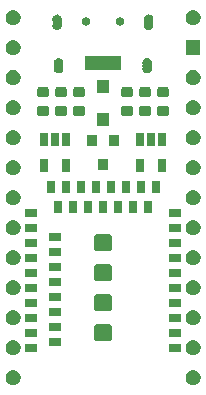
<source format=gts>
G04 #@! TF.GenerationSoftware,KiCad,Pcbnew,5.1.4+dfsg1-1*
G04 #@! TF.CreationDate,2020-04-01T11:30:31+02:00*
G04 #@! TF.ProjectId,nrfmicro,6e72666d-6963-4726-9f2e-6b696361645f,rev?*
G04 #@! TF.SameCoordinates,Original*
G04 #@! TF.FileFunction,Soldermask,Top*
G04 #@! TF.FilePolarity,Negative*
%FSLAX46Y46*%
G04 Gerber Fmt 4.6, Leading zero omitted, Abs format (unit mm)*
G04 Created by KiCad (PCBNEW 5.1.4+dfsg1-1) date 2020-04-01 11:30:31*
%MOMM*%
%LPD*%
G04 APERTURE LIST*
%ADD10C,0.100000*%
G04 APERTURE END LIST*
D10*
G36*
X96367223Y-139682403D02*
G01*
X96425004Y-139706337D01*
X96482786Y-139730271D01*
X96586786Y-139799761D01*
X96675239Y-139888214D01*
X96744729Y-139992214D01*
X96792597Y-140107778D01*
X96817000Y-140230459D01*
X96817000Y-140355541D01*
X96792597Y-140478222D01*
X96744729Y-140593786D01*
X96675239Y-140697786D01*
X96586786Y-140786239D01*
X96482786Y-140855729D01*
X96425004Y-140879663D01*
X96367223Y-140903597D01*
X96244542Y-140928000D01*
X96119458Y-140928000D01*
X95996777Y-140903597D01*
X95938996Y-140879663D01*
X95881214Y-140855729D01*
X95777214Y-140786239D01*
X95688761Y-140697786D01*
X95619271Y-140593786D01*
X95571403Y-140478222D01*
X95547000Y-140355541D01*
X95547000Y-140230459D01*
X95571403Y-140107778D01*
X95619271Y-139992214D01*
X95688761Y-139888214D01*
X95777214Y-139799761D01*
X95881214Y-139730271D01*
X95938996Y-139706337D01*
X95996777Y-139682403D01*
X96119458Y-139658000D01*
X96244542Y-139658000D01*
X96367223Y-139682403D01*
X96367223Y-139682403D01*
G37*
G36*
X111607223Y-139682403D02*
G01*
X111665004Y-139706337D01*
X111722786Y-139730271D01*
X111826786Y-139799761D01*
X111915239Y-139888214D01*
X111984729Y-139992214D01*
X112032597Y-140107778D01*
X112057000Y-140230459D01*
X112057000Y-140355541D01*
X112032597Y-140478222D01*
X111984729Y-140593786D01*
X111915239Y-140697786D01*
X111826786Y-140786239D01*
X111722786Y-140855729D01*
X111665004Y-140879663D01*
X111607223Y-140903597D01*
X111484542Y-140928000D01*
X111359458Y-140928000D01*
X111236777Y-140903597D01*
X111178996Y-140879663D01*
X111121214Y-140855729D01*
X111017214Y-140786239D01*
X110928761Y-140697786D01*
X110859271Y-140593786D01*
X110811403Y-140478222D01*
X110787000Y-140355541D01*
X110787000Y-140230459D01*
X110811403Y-140107778D01*
X110859271Y-139992214D01*
X110928761Y-139888214D01*
X111017214Y-139799761D01*
X111121214Y-139730271D01*
X111178996Y-139706337D01*
X111236777Y-139682403D01*
X111359458Y-139658000D01*
X111484542Y-139658000D01*
X111607223Y-139682403D01*
X111607223Y-139682403D01*
G37*
G36*
X96367223Y-137142403D02*
G01*
X96425004Y-137166337D01*
X96482786Y-137190271D01*
X96586786Y-137259761D01*
X96675239Y-137348214D01*
X96744729Y-137452214D01*
X96792597Y-137567778D01*
X96817000Y-137690459D01*
X96817000Y-137815541D01*
X96792597Y-137938222D01*
X96744729Y-138053786D01*
X96675239Y-138157786D01*
X96586786Y-138246239D01*
X96482786Y-138315729D01*
X96425004Y-138339663D01*
X96367223Y-138363597D01*
X96244542Y-138388000D01*
X96119458Y-138388000D01*
X95996777Y-138363597D01*
X95938996Y-138339663D01*
X95881214Y-138315729D01*
X95777214Y-138246239D01*
X95688761Y-138157786D01*
X95619271Y-138053786D01*
X95571403Y-137938222D01*
X95547000Y-137815541D01*
X95547000Y-137690459D01*
X95571403Y-137567778D01*
X95619271Y-137452214D01*
X95688761Y-137348214D01*
X95777214Y-137259761D01*
X95881214Y-137190271D01*
X95938996Y-137166337D01*
X95996777Y-137142403D01*
X96119458Y-137118000D01*
X96244542Y-137118000D01*
X96367223Y-137142403D01*
X96367223Y-137142403D01*
G37*
G36*
X111607223Y-137142403D02*
G01*
X111665004Y-137166337D01*
X111722786Y-137190271D01*
X111826786Y-137259761D01*
X111915239Y-137348214D01*
X111984729Y-137452214D01*
X112032597Y-137567778D01*
X112057000Y-137690459D01*
X112057000Y-137815541D01*
X112032597Y-137938222D01*
X111984729Y-138053786D01*
X111915239Y-138157786D01*
X111826786Y-138246239D01*
X111722786Y-138315729D01*
X111665004Y-138339663D01*
X111607223Y-138363597D01*
X111484542Y-138388000D01*
X111359458Y-138388000D01*
X111236777Y-138363597D01*
X111178996Y-138339663D01*
X111121214Y-138315729D01*
X111017214Y-138246239D01*
X110928761Y-138157786D01*
X110859271Y-138053786D01*
X110811403Y-137938222D01*
X110787000Y-137815541D01*
X110787000Y-137690459D01*
X110811403Y-137567778D01*
X110859271Y-137452214D01*
X110928761Y-137348214D01*
X111017214Y-137259761D01*
X111121214Y-137190271D01*
X111178996Y-137166337D01*
X111236777Y-137142403D01*
X111359458Y-137118000D01*
X111484542Y-137118000D01*
X111607223Y-137142403D01*
X111607223Y-137142403D01*
G37*
G36*
X98183000Y-138138000D02*
G01*
X97183000Y-138138000D01*
X97183000Y-137488000D01*
X98183000Y-137488000D01*
X98183000Y-138138000D01*
X98183000Y-138138000D01*
G37*
G36*
X110421000Y-138138000D02*
G01*
X109421000Y-138138000D01*
X109421000Y-137488000D01*
X110421000Y-137488000D01*
X110421000Y-138138000D01*
X110421000Y-138138000D01*
G37*
G36*
X100261000Y-137630000D02*
G01*
X99261000Y-137630000D01*
X99261000Y-136980000D01*
X100261000Y-136980000D01*
X100261000Y-137630000D01*
X100261000Y-137630000D01*
G37*
G36*
X104299882Y-135739372D02*
G01*
X104358390Y-135757121D01*
X104412311Y-135785943D01*
X104459576Y-135824732D01*
X104498365Y-135871997D01*
X104527187Y-135925918D01*
X104544936Y-135984426D01*
X104551533Y-136051413D01*
X104551533Y-136914137D01*
X104544936Y-136981124D01*
X104527187Y-137039632D01*
X104498365Y-137093553D01*
X104459576Y-137140818D01*
X104412311Y-137179607D01*
X104358390Y-137208429D01*
X104299882Y-137226178D01*
X104232895Y-137232775D01*
X103370171Y-137232775D01*
X103303184Y-137226178D01*
X103244676Y-137208429D01*
X103190755Y-137179607D01*
X103143490Y-137140818D01*
X103104701Y-137093553D01*
X103075879Y-137039632D01*
X103058130Y-136981124D01*
X103051533Y-136914137D01*
X103051533Y-136051413D01*
X103058130Y-135984426D01*
X103075879Y-135925918D01*
X103104701Y-135871997D01*
X103143490Y-135824732D01*
X103190755Y-135785943D01*
X103244676Y-135757121D01*
X103303184Y-135739372D01*
X103370171Y-135732775D01*
X104232895Y-135732775D01*
X104299882Y-135739372D01*
X104299882Y-135739372D01*
G37*
G36*
X110421000Y-136868000D02*
G01*
X109421000Y-136868000D01*
X109421000Y-136218000D01*
X110421000Y-136218000D01*
X110421000Y-136868000D01*
X110421000Y-136868000D01*
G37*
G36*
X98183000Y-136868000D02*
G01*
X97183000Y-136868000D01*
X97183000Y-136218000D01*
X98183000Y-136218000D01*
X98183000Y-136868000D01*
X98183000Y-136868000D01*
G37*
G36*
X100261000Y-136360000D02*
G01*
X99261000Y-136360000D01*
X99261000Y-135710000D01*
X100261000Y-135710000D01*
X100261000Y-136360000D01*
X100261000Y-136360000D01*
G37*
G36*
X111607223Y-134602403D02*
G01*
X111665004Y-134626337D01*
X111722786Y-134650271D01*
X111826786Y-134719761D01*
X111915239Y-134808214D01*
X111984729Y-134912214D01*
X112032597Y-135027778D01*
X112057000Y-135150459D01*
X112057000Y-135275541D01*
X112032597Y-135398222D01*
X111984729Y-135513786D01*
X111915239Y-135617786D01*
X111826786Y-135706239D01*
X111722786Y-135775729D01*
X111698127Y-135785943D01*
X111607223Y-135823597D01*
X111484542Y-135848000D01*
X111359458Y-135848000D01*
X111236777Y-135823597D01*
X111145873Y-135785943D01*
X111121214Y-135775729D01*
X111017214Y-135706239D01*
X110928761Y-135617786D01*
X110859271Y-135513786D01*
X110811403Y-135398222D01*
X110787000Y-135275541D01*
X110787000Y-135150459D01*
X110811403Y-135027778D01*
X110859271Y-134912214D01*
X110928761Y-134808214D01*
X111017214Y-134719761D01*
X111121214Y-134650271D01*
X111178996Y-134626337D01*
X111236777Y-134602403D01*
X111359458Y-134578000D01*
X111484542Y-134578000D01*
X111607223Y-134602403D01*
X111607223Y-134602403D01*
G37*
G36*
X96367223Y-134602403D02*
G01*
X96425004Y-134626337D01*
X96482786Y-134650271D01*
X96586786Y-134719761D01*
X96675239Y-134808214D01*
X96744729Y-134912214D01*
X96792597Y-135027778D01*
X96817000Y-135150459D01*
X96817000Y-135275541D01*
X96792597Y-135398222D01*
X96744729Y-135513786D01*
X96675239Y-135617786D01*
X96586786Y-135706239D01*
X96482786Y-135775729D01*
X96458127Y-135785943D01*
X96367223Y-135823597D01*
X96244542Y-135848000D01*
X96119458Y-135848000D01*
X95996777Y-135823597D01*
X95905873Y-135785943D01*
X95881214Y-135775729D01*
X95777214Y-135706239D01*
X95688761Y-135617786D01*
X95619271Y-135513786D01*
X95571403Y-135398222D01*
X95547000Y-135275541D01*
X95547000Y-135150459D01*
X95571403Y-135027778D01*
X95619271Y-134912214D01*
X95688761Y-134808214D01*
X95777214Y-134719761D01*
X95881214Y-134650271D01*
X95938996Y-134626337D01*
X95996777Y-134602403D01*
X96119458Y-134578000D01*
X96244542Y-134578000D01*
X96367223Y-134602403D01*
X96367223Y-134602403D01*
G37*
G36*
X110421000Y-135598000D02*
G01*
X109421000Y-135598000D01*
X109421000Y-134948000D01*
X110421000Y-134948000D01*
X110421000Y-135598000D01*
X110421000Y-135598000D01*
G37*
G36*
X98183000Y-135598000D02*
G01*
X97183000Y-135598000D01*
X97183000Y-134948000D01*
X98183000Y-134948000D01*
X98183000Y-135598000D01*
X98183000Y-135598000D01*
G37*
G36*
X100261000Y-135090000D02*
G01*
X99261000Y-135090000D01*
X99261000Y-134440000D01*
X100261000Y-134440000D01*
X100261000Y-135090000D01*
X100261000Y-135090000D01*
G37*
G36*
X104299882Y-133199372D02*
G01*
X104358390Y-133217121D01*
X104412311Y-133245943D01*
X104459576Y-133284732D01*
X104498365Y-133331997D01*
X104527187Y-133385918D01*
X104544936Y-133444426D01*
X104551533Y-133511413D01*
X104551533Y-134374137D01*
X104544936Y-134441124D01*
X104527187Y-134499632D01*
X104498365Y-134553553D01*
X104459576Y-134600818D01*
X104412311Y-134639607D01*
X104358390Y-134668429D01*
X104299882Y-134686178D01*
X104232895Y-134692775D01*
X103370171Y-134692775D01*
X103303184Y-134686178D01*
X103244676Y-134668429D01*
X103190755Y-134639607D01*
X103143490Y-134600818D01*
X103104701Y-134553553D01*
X103075879Y-134499632D01*
X103058130Y-134441124D01*
X103051533Y-134374137D01*
X103051533Y-133511413D01*
X103058130Y-133444426D01*
X103075879Y-133385918D01*
X103104701Y-133331997D01*
X103143490Y-133284732D01*
X103190755Y-133245943D01*
X103244676Y-133217121D01*
X103303184Y-133199372D01*
X103370171Y-133192775D01*
X104232895Y-133192775D01*
X104299882Y-133199372D01*
X104299882Y-133199372D01*
G37*
G36*
X110421000Y-134328000D02*
G01*
X109421000Y-134328000D01*
X109421000Y-133678000D01*
X110421000Y-133678000D01*
X110421000Y-134328000D01*
X110421000Y-134328000D01*
G37*
G36*
X98183000Y-134328000D02*
G01*
X97183000Y-134328000D01*
X97183000Y-133678000D01*
X98183000Y-133678000D01*
X98183000Y-134328000D01*
X98183000Y-134328000D01*
G37*
G36*
X100261000Y-133820000D02*
G01*
X99261000Y-133820000D01*
X99261000Y-133170000D01*
X100261000Y-133170000D01*
X100261000Y-133820000D01*
X100261000Y-133820000D01*
G37*
G36*
X111607223Y-132062403D02*
G01*
X111665004Y-132086337D01*
X111722786Y-132110271D01*
X111826786Y-132179761D01*
X111915239Y-132268214D01*
X111984729Y-132372214D01*
X112032597Y-132487778D01*
X112057000Y-132610459D01*
X112057000Y-132735541D01*
X112032597Y-132858222D01*
X111984729Y-132973786D01*
X111915239Y-133077786D01*
X111826786Y-133166239D01*
X111722786Y-133235729D01*
X111698127Y-133245943D01*
X111607223Y-133283597D01*
X111484542Y-133308000D01*
X111359458Y-133308000D01*
X111236777Y-133283597D01*
X111145873Y-133245943D01*
X111121214Y-133235729D01*
X111017214Y-133166239D01*
X110928761Y-133077786D01*
X110859271Y-132973786D01*
X110811403Y-132858222D01*
X110787000Y-132735541D01*
X110787000Y-132610459D01*
X110811403Y-132487778D01*
X110859271Y-132372214D01*
X110928761Y-132268214D01*
X111017214Y-132179761D01*
X111121214Y-132110271D01*
X111178996Y-132086337D01*
X111236777Y-132062403D01*
X111359458Y-132038000D01*
X111484542Y-132038000D01*
X111607223Y-132062403D01*
X111607223Y-132062403D01*
G37*
G36*
X96367223Y-132062403D02*
G01*
X96425004Y-132086337D01*
X96482786Y-132110271D01*
X96586786Y-132179761D01*
X96675239Y-132268214D01*
X96744729Y-132372214D01*
X96792597Y-132487778D01*
X96817000Y-132610459D01*
X96817000Y-132735541D01*
X96792597Y-132858222D01*
X96744729Y-132973786D01*
X96675239Y-133077786D01*
X96586786Y-133166239D01*
X96482786Y-133235729D01*
X96458127Y-133245943D01*
X96367223Y-133283597D01*
X96244542Y-133308000D01*
X96119458Y-133308000D01*
X95996777Y-133283597D01*
X95905873Y-133245943D01*
X95881214Y-133235729D01*
X95777214Y-133166239D01*
X95688761Y-133077786D01*
X95619271Y-132973786D01*
X95571403Y-132858222D01*
X95547000Y-132735541D01*
X95547000Y-132610459D01*
X95571403Y-132487778D01*
X95619271Y-132372214D01*
X95688761Y-132268214D01*
X95777214Y-132179761D01*
X95881214Y-132110271D01*
X95938996Y-132086337D01*
X95996777Y-132062403D01*
X96119458Y-132038000D01*
X96244542Y-132038000D01*
X96367223Y-132062403D01*
X96367223Y-132062403D01*
G37*
G36*
X110421000Y-133058000D02*
G01*
X109421000Y-133058000D01*
X109421000Y-132408000D01*
X110421000Y-132408000D01*
X110421000Y-133058000D01*
X110421000Y-133058000D01*
G37*
G36*
X98183000Y-133058000D02*
G01*
X97183000Y-133058000D01*
X97183000Y-132408000D01*
X98183000Y-132408000D01*
X98183000Y-133058000D01*
X98183000Y-133058000D01*
G37*
G36*
X100261000Y-132550000D02*
G01*
X99261000Y-132550000D01*
X99261000Y-131900000D01*
X100261000Y-131900000D01*
X100261000Y-132550000D01*
X100261000Y-132550000D01*
G37*
G36*
X104299882Y-130659372D02*
G01*
X104358390Y-130677121D01*
X104412311Y-130705943D01*
X104459576Y-130744732D01*
X104498365Y-130791997D01*
X104527187Y-130845918D01*
X104544936Y-130904426D01*
X104551533Y-130971413D01*
X104551533Y-131834137D01*
X104544936Y-131901124D01*
X104527187Y-131959632D01*
X104498365Y-132013553D01*
X104459576Y-132060818D01*
X104412311Y-132099607D01*
X104358390Y-132128429D01*
X104299882Y-132146178D01*
X104232895Y-132152775D01*
X103370171Y-132152775D01*
X103303184Y-132146178D01*
X103244676Y-132128429D01*
X103190755Y-132099607D01*
X103143490Y-132060818D01*
X103104701Y-132013553D01*
X103075879Y-131959632D01*
X103058130Y-131901124D01*
X103051533Y-131834137D01*
X103051533Y-130971413D01*
X103058130Y-130904426D01*
X103075879Y-130845918D01*
X103104701Y-130791997D01*
X103143490Y-130744732D01*
X103190755Y-130705943D01*
X103244676Y-130677121D01*
X103303184Y-130659372D01*
X103370171Y-130652775D01*
X104232895Y-130652775D01*
X104299882Y-130659372D01*
X104299882Y-130659372D01*
G37*
G36*
X110421000Y-131788000D02*
G01*
X109421000Y-131788000D01*
X109421000Y-131138000D01*
X110421000Y-131138000D01*
X110421000Y-131788000D01*
X110421000Y-131788000D01*
G37*
G36*
X98183000Y-131788000D02*
G01*
X97183000Y-131788000D01*
X97183000Y-131138000D01*
X98183000Y-131138000D01*
X98183000Y-131788000D01*
X98183000Y-131788000D01*
G37*
G36*
X100261000Y-131280000D02*
G01*
X99261000Y-131280000D01*
X99261000Y-130630000D01*
X100261000Y-130630000D01*
X100261000Y-131280000D01*
X100261000Y-131280000D01*
G37*
G36*
X111607223Y-129522403D02*
G01*
X111665004Y-129546337D01*
X111722786Y-129570271D01*
X111826786Y-129639761D01*
X111915239Y-129728214D01*
X111984729Y-129832214D01*
X112032597Y-129947778D01*
X112057000Y-130070459D01*
X112057000Y-130195541D01*
X112032597Y-130318222D01*
X111984729Y-130433786D01*
X111915239Y-130537786D01*
X111826786Y-130626239D01*
X111722786Y-130695729D01*
X111698127Y-130705943D01*
X111607223Y-130743597D01*
X111484542Y-130768000D01*
X111359458Y-130768000D01*
X111236777Y-130743597D01*
X111145873Y-130705943D01*
X111121214Y-130695729D01*
X111017214Y-130626239D01*
X110928761Y-130537786D01*
X110859271Y-130433786D01*
X110811403Y-130318222D01*
X110787000Y-130195541D01*
X110787000Y-130070459D01*
X110811403Y-129947778D01*
X110859271Y-129832214D01*
X110928761Y-129728214D01*
X111017214Y-129639761D01*
X111121214Y-129570271D01*
X111178996Y-129546337D01*
X111236777Y-129522403D01*
X111359458Y-129498000D01*
X111484542Y-129498000D01*
X111607223Y-129522403D01*
X111607223Y-129522403D01*
G37*
G36*
X96367223Y-129522403D02*
G01*
X96425004Y-129546337D01*
X96482786Y-129570271D01*
X96586786Y-129639761D01*
X96675239Y-129728214D01*
X96744729Y-129832214D01*
X96792597Y-129947778D01*
X96817000Y-130070459D01*
X96817000Y-130195541D01*
X96792597Y-130318222D01*
X96744729Y-130433786D01*
X96675239Y-130537786D01*
X96586786Y-130626239D01*
X96482786Y-130695729D01*
X96458127Y-130705943D01*
X96367223Y-130743597D01*
X96244542Y-130768000D01*
X96119458Y-130768000D01*
X95996777Y-130743597D01*
X95905873Y-130705943D01*
X95881214Y-130695729D01*
X95777214Y-130626239D01*
X95688761Y-130537786D01*
X95619271Y-130433786D01*
X95571403Y-130318222D01*
X95547000Y-130195541D01*
X95547000Y-130070459D01*
X95571403Y-129947778D01*
X95619271Y-129832214D01*
X95688761Y-129728214D01*
X95777214Y-129639761D01*
X95881214Y-129570271D01*
X95938996Y-129546337D01*
X95996777Y-129522403D01*
X96119458Y-129498000D01*
X96244542Y-129498000D01*
X96367223Y-129522403D01*
X96367223Y-129522403D01*
G37*
G36*
X98183000Y-130518000D02*
G01*
X97183000Y-130518000D01*
X97183000Y-129868000D01*
X98183000Y-129868000D01*
X98183000Y-130518000D01*
X98183000Y-130518000D01*
G37*
G36*
X110421000Y-130518000D02*
G01*
X109421000Y-130518000D01*
X109421000Y-129868000D01*
X110421000Y-129868000D01*
X110421000Y-130518000D01*
X110421000Y-130518000D01*
G37*
G36*
X100261000Y-130010000D02*
G01*
X99261000Y-130010000D01*
X99261000Y-129360000D01*
X100261000Y-129360000D01*
X100261000Y-130010000D01*
X100261000Y-130010000D01*
G37*
G36*
X104299882Y-128119372D02*
G01*
X104358390Y-128137121D01*
X104412311Y-128165943D01*
X104459576Y-128204732D01*
X104498365Y-128251997D01*
X104527187Y-128305918D01*
X104544936Y-128364426D01*
X104551533Y-128431413D01*
X104551533Y-129294137D01*
X104544936Y-129361124D01*
X104527187Y-129419632D01*
X104498365Y-129473553D01*
X104459576Y-129520818D01*
X104412311Y-129559607D01*
X104358390Y-129588429D01*
X104299882Y-129606178D01*
X104232895Y-129612775D01*
X103370171Y-129612775D01*
X103303184Y-129606178D01*
X103244676Y-129588429D01*
X103190755Y-129559607D01*
X103143490Y-129520818D01*
X103104701Y-129473553D01*
X103075879Y-129419632D01*
X103058130Y-129361124D01*
X103051533Y-129294137D01*
X103051533Y-128431413D01*
X103058130Y-128364426D01*
X103075879Y-128305918D01*
X103104701Y-128251997D01*
X103143490Y-128204732D01*
X103190755Y-128165943D01*
X103244676Y-128137121D01*
X103303184Y-128119372D01*
X103370171Y-128112775D01*
X104232895Y-128112775D01*
X104299882Y-128119372D01*
X104299882Y-128119372D01*
G37*
G36*
X110421000Y-129248000D02*
G01*
X109421000Y-129248000D01*
X109421000Y-128598000D01*
X110421000Y-128598000D01*
X110421000Y-129248000D01*
X110421000Y-129248000D01*
G37*
G36*
X98183000Y-129248000D02*
G01*
X97183000Y-129248000D01*
X97183000Y-128598000D01*
X98183000Y-128598000D01*
X98183000Y-129248000D01*
X98183000Y-129248000D01*
G37*
G36*
X100261000Y-128740000D02*
G01*
X99261000Y-128740000D01*
X99261000Y-128090000D01*
X100261000Y-128090000D01*
X100261000Y-128740000D01*
X100261000Y-128740000D01*
G37*
G36*
X96367223Y-126982403D02*
G01*
X96425004Y-127006337D01*
X96482786Y-127030271D01*
X96586786Y-127099761D01*
X96675239Y-127188214D01*
X96744729Y-127292214D01*
X96792597Y-127407778D01*
X96817000Y-127530459D01*
X96817000Y-127655541D01*
X96792597Y-127778222D01*
X96744729Y-127893786D01*
X96675239Y-127997786D01*
X96586786Y-128086239D01*
X96482786Y-128155729D01*
X96458127Y-128165943D01*
X96367223Y-128203597D01*
X96244542Y-128228000D01*
X96119458Y-128228000D01*
X95996777Y-128203597D01*
X95905873Y-128165943D01*
X95881214Y-128155729D01*
X95777214Y-128086239D01*
X95688761Y-127997786D01*
X95619271Y-127893786D01*
X95571403Y-127778222D01*
X95547000Y-127655541D01*
X95547000Y-127530459D01*
X95571403Y-127407778D01*
X95619271Y-127292214D01*
X95688761Y-127188214D01*
X95777214Y-127099761D01*
X95881214Y-127030271D01*
X95938996Y-127006337D01*
X95996777Y-126982403D01*
X96119458Y-126958000D01*
X96244542Y-126958000D01*
X96367223Y-126982403D01*
X96367223Y-126982403D01*
G37*
G36*
X111607223Y-126982403D02*
G01*
X111665004Y-127006337D01*
X111722786Y-127030271D01*
X111826786Y-127099761D01*
X111915239Y-127188214D01*
X111984729Y-127292214D01*
X112032597Y-127407778D01*
X112057000Y-127530459D01*
X112057000Y-127655541D01*
X112032597Y-127778222D01*
X111984729Y-127893786D01*
X111915239Y-127997786D01*
X111826786Y-128086239D01*
X111722786Y-128155729D01*
X111698127Y-128165943D01*
X111607223Y-128203597D01*
X111484542Y-128228000D01*
X111359458Y-128228000D01*
X111236777Y-128203597D01*
X111145873Y-128165943D01*
X111121214Y-128155729D01*
X111017214Y-128086239D01*
X110928761Y-127997786D01*
X110859271Y-127893786D01*
X110811403Y-127778222D01*
X110787000Y-127655541D01*
X110787000Y-127530459D01*
X110811403Y-127407778D01*
X110859271Y-127292214D01*
X110928761Y-127188214D01*
X111017214Y-127099761D01*
X111121214Y-127030271D01*
X111178996Y-127006337D01*
X111236777Y-126982403D01*
X111359458Y-126958000D01*
X111484542Y-126958000D01*
X111607223Y-126982403D01*
X111607223Y-126982403D01*
G37*
G36*
X110421000Y-127978000D02*
G01*
X109421000Y-127978000D01*
X109421000Y-127328000D01*
X110421000Y-127328000D01*
X110421000Y-127978000D01*
X110421000Y-127978000D01*
G37*
G36*
X98183000Y-127978000D02*
G01*
X97183000Y-127978000D01*
X97183000Y-127328000D01*
X98183000Y-127328000D01*
X98183000Y-127978000D01*
X98183000Y-127978000D01*
G37*
G36*
X98183000Y-126708000D02*
G01*
X97183000Y-126708000D01*
X97183000Y-126058000D01*
X98183000Y-126058000D01*
X98183000Y-126708000D01*
X98183000Y-126708000D01*
G37*
G36*
X110421000Y-126708000D02*
G01*
X109421000Y-126708000D01*
X109421000Y-126058000D01*
X110421000Y-126058000D01*
X110421000Y-126708000D01*
X110421000Y-126708000D01*
G37*
G36*
X106690000Y-126375000D02*
G01*
X106040000Y-126375000D01*
X106040000Y-125375000D01*
X106690000Y-125375000D01*
X106690000Y-126375000D01*
X106690000Y-126375000D01*
G37*
G36*
X107960000Y-126375000D02*
G01*
X107310000Y-126375000D01*
X107310000Y-125375000D01*
X107960000Y-125375000D01*
X107960000Y-126375000D01*
X107960000Y-126375000D01*
G37*
G36*
X104150000Y-126375000D02*
G01*
X103500000Y-126375000D01*
X103500000Y-125375000D01*
X104150000Y-125375000D01*
X104150000Y-126375000D01*
X104150000Y-126375000D01*
G37*
G36*
X100340000Y-126375000D02*
G01*
X99690000Y-126375000D01*
X99690000Y-125375000D01*
X100340000Y-125375000D01*
X100340000Y-126375000D01*
X100340000Y-126375000D01*
G37*
G36*
X101610000Y-126375000D02*
G01*
X100960000Y-126375000D01*
X100960000Y-125375000D01*
X101610000Y-125375000D01*
X101610000Y-126375000D01*
X101610000Y-126375000D01*
G37*
G36*
X105420000Y-126375000D02*
G01*
X104770000Y-126375000D01*
X104770000Y-125375000D01*
X105420000Y-125375000D01*
X105420000Y-126375000D01*
X105420000Y-126375000D01*
G37*
G36*
X102880000Y-126375000D02*
G01*
X102230000Y-126375000D01*
X102230000Y-125375000D01*
X102880000Y-125375000D01*
X102880000Y-126375000D01*
X102880000Y-126375000D01*
G37*
G36*
X111607223Y-124442403D02*
G01*
X111665004Y-124466337D01*
X111722786Y-124490271D01*
X111826786Y-124559761D01*
X111915239Y-124648214D01*
X111984729Y-124752214D01*
X112032597Y-124867778D01*
X112057000Y-124990459D01*
X112057000Y-125115541D01*
X112032597Y-125238222D01*
X111984729Y-125353786D01*
X111915239Y-125457786D01*
X111826786Y-125546239D01*
X111722786Y-125615729D01*
X111665004Y-125639663D01*
X111607223Y-125663597D01*
X111484542Y-125688000D01*
X111359458Y-125688000D01*
X111236777Y-125663597D01*
X111178996Y-125639663D01*
X111121214Y-125615729D01*
X111017214Y-125546239D01*
X110928761Y-125457786D01*
X110859271Y-125353786D01*
X110811403Y-125238222D01*
X110787000Y-125115541D01*
X110787000Y-124990459D01*
X110811403Y-124867778D01*
X110859271Y-124752214D01*
X110928761Y-124648214D01*
X111017214Y-124559761D01*
X111121214Y-124490271D01*
X111178996Y-124466337D01*
X111236777Y-124442403D01*
X111359458Y-124418000D01*
X111484542Y-124418000D01*
X111607223Y-124442403D01*
X111607223Y-124442403D01*
G37*
G36*
X96367223Y-124442403D02*
G01*
X96425004Y-124466337D01*
X96482786Y-124490271D01*
X96586786Y-124559761D01*
X96675239Y-124648214D01*
X96744729Y-124752214D01*
X96792597Y-124867778D01*
X96817000Y-124990459D01*
X96817000Y-125115541D01*
X96792597Y-125238222D01*
X96744729Y-125353786D01*
X96675239Y-125457786D01*
X96586786Y-125546239D01*
X96482786Y-125615729D01*
X96425004Y-125639663D01*
X96367223Y-125663597D01*
X96244542Y-125688000D01*
X96119458Y-125688000D01*
X95996777Y-125663597D01*
X95938996Y-125639663D01*
X95881214Y-125615729D01*
X95777214Y-125546239D01*
X95688761Y-125457786D01*
X95619271Y-125353786D01*
X95571403Y-125238222D01*
X95547000Y-125115541D01*
X95547000Y-124990459D01*
X95571403Y-124867778D01*
X95619271Y-124752214D01*
X95688761Y-124648214D01*
X95777214Y-124559761D01*
X95881214Y-124490271D01*
X95938996Y-124466337D01*
X95996777Y-124442403D01*
X96119458Y-124418000D01*
X96244542Y-124418000D01*
X96367223Y-124442403D01*
X96367223Y-124442403D01*
G37*
G36*
X108597000Y-124664000D02*
G01*
X107947000Y-124664000D01*
X107947000Y-123664000D01*
X108597000Y-123664000D01*
X108597000Y-124664000D01*
X108597000Y-124664000D01*
G37*
G36*
X99707000Y-124664000D02*
G01*
X99057000Y-124664000D01*
X99057000Y-123664000D01*
X99707000Y-123664000D01*
X99707000Y-124664000D01*
X99707000Y-124664000D01*
G37*
G36*
X100977000Y-124664000D02*
G01*
X100327000Y-124664000D01*
X100327000Y-123664000D01*
X100977000Y-123664000D01*
X100977000Y-124664000D01*
X100977000Y-124664000D01*
G37*
G36*
X102247000Y-124664000D02*
G01*
X101597000Y-124664000D01*
X101597000Y-123664000D01*
X102247000Y-123664000D01*
X102247000Y-124664000D01*
X102247000Y-124664000D01*
G37*
G36*
X104787000Y-124664000D02*
G01*
X104137000Y-124664000D01*
X104137000Y-123664000D01*
X104787000Y-123664000D01*
X104787000Y-124664000D01*
X104787000Y-124664000D01*
G37*
G36*
X103517000Y-124664000D02*
G01*
X102867000Y-124664000D01*
X102867000Y-123664000D01*
X103517000Y-123664000D01*
X103517000Y-124664000D01*
X103517000Y-124664000D01*
G37*
G36*
X107327000Y-124664000D02*
G01*
X106677000Y-124664000D01*
X106677000Y-123664000D01*
X107327000Y-123664000D01*
X107327000Y-124664000D01*
X107327000Y-124664000D01*
G37*
G36*
X106057000Y-124664000D02*
G01*
X105407000Y-124664000D01*
X105407000Y-123664000D01*
X106057000Y-123664000D01*
X106057000Y-124664000D01*
X106057000Y-124664000D01*
G37*
G36*
X111607223Y-121902403D02*
G01*
X111665004Y-121926337D01*
X111722786Y-121950271D01*
X111826786Y-122019761D01*
X111915239Y-122108214D01*
X111984729Y-122212214D01*
X112032597Y-122327778D01*
X112057000Y-122450459D01*
X112057000Y-122575541D01*
X112032597Y-122698222D01*
X111984729Y-122813786D01*
X111915239Y-122917786D01*
X111826786Y-123006239D01*
X111722786Y-123075729D01*
X111665004Y-123099663D01*
X111607223Y-123123597D01*
X111484542Y-123148000D01*
X111359458Y-123148000D01*
X111236777Y-123123597D01*
X111178996Y-123099663D01*
X111121214Y-123075729D01*
X111017214Y-123006239D01*
X110928761Y-122917786D01*
X110859271Y-122813786D01*
X110811403Y-122698222D01*
X110787000Y-122575541D01*
X110787000Y-122450459D01*
X110811403Y-122327778D01*
X110859271Y-122212214D01*
X110928761Y-122108214D01*
X111017214Y-122019761D01*
X111121214Y-121950271D01*
X111178996Y-121926337D01*
X111236777Y-121902403D01*
X111359458Y-121878000D01*
X111484542Y-121878000D01*
X111607223Y-121902403D01*
X111607223Y-121902403D01*
G37*
G36*
X96367223Y-121902403D02*
G01*
X96425004Y-121926337D01*
X96482786Y-121950271D01*
X96586786Y-122019761D01*
X96675239Y-122108214D01*
X96744729Y-122212214D01*
X96792597Y-122327778D01*
X96817000Y-122450459D01*
X96817000Y-122575541D01*
X96792597Y-122698222D01*
X96744729Y-122813786D01*
X96675239Y-122917786D01*
X96586786Y-123006239D01*
X96482786Y-123075729D01*
X96425004Y-123099663D01*
X96367223Y-123123597D01*
X96244542Y-123148000D01*
X96119458Y-123148000D01*
X95996777Y-123123597D01*
X95938996Y-123099663D01*
X95881214Y-123075729D01*
X95777214Y-123006239D01*
X95688761Y-122917786D01*
X95619271Y-122813786D01*
X95571403Y-122698222D01*
X95547000Y-122575541D01*
X95547000Y-122450459D01*
X95571403Y-122327778D01*
X95619271Y-122212214D01*
X95688761Y-122108214D01*
X95777214Y-122019761D01*
X95881214Y-121950271D01*
X95938996Y-121926337D01*
X95996777Y-121902403D01*
X96119458Y-121878000D01*
X96244542Y-121878000D01*
X96367223Y-121902403D01*
X96367223Y-121902403D01*
G37*
G36*
X109141000Y-122873000D02*
G01*
X108491000Y-122873000D01*
X108491000Y-121813000D01*
X109141000Y-121813000D01*
X109141000Y-122873000D01*
X109141000Y-122873000D01*
G37*
G36*
X107241000Y-122873000D02*
G01*
X106591000Y-122873000D01*
X106591000Y-121813000D01*
X107241000Y-121813000D01*
X107241000Y-122873000D01*
X107241000Y-122873000D01*
G37*
G36*
X99112500Y-122873000D02*
G01*
X98462500Y-122873000D01*
X98462500Y-121813000D01*
X99112500Y-121813000D01*
X99112500Y-122873000D01*
X99112500Y-122873000D01*
G37*
G36*
X101012500Y-122873000D02*
G01*
X100362500Y-122873000D01*
X100362500Y-121813000D01*
X101012500Y-121813000D01*
X101012500Y-122873000D01*
X101012500Y-122873000D01*
G37*
G36*
X104202000Y-122693000D02*
G01*
X103402000Y-122693000D01*
X103402000Y-121793000D01*
X104202000Y-121793000D01*
X104202000Y-122693000D01*
X104202000Y-122693000D01*
G37*
G36*
X105152000Y-120693000D02*
G01*
X104352000Y-120693000D01*
X104352000Y-119793000D01*
X105152000Y-119793000D01*
X105152000Y-120693000D01*
X105152000Y-120693000D01*
G37*
G36*
X103252000Y-120693000D02*
G01*
X102452000Y-120693000D01*
X102452000Y-119793000D01*
X103252000Y-119793000D01*
X103252000Y-120693000D01*
X103252000Y-120693000D01*
G37*
G36*
X109141000Y-120673000D02*
G01*
X108491000Y-120673000D01*
X108491000Y-119613000D01*
X109141000Y-119613000D01*
X109141000Y-120673000D01*
X109141000Y-120673000D01*
G37*
G36*
X107241000Y-120673000D02*
G01*
X106591000Y-120673000D01*
X106591000Y-119613000D01*
X107241000Y-119613000D01*
X107241000Y-120673000D01*
X107241000Y-120673000D01*
G37*
G36*
X100062500Y-120673000D02*
G01*
X99412500Y-120673000D01*
X99412500Y-119613000D01*
X100062500Y-119613000D01*
X100062500Y-120673000D01*
X100062500Y-120673000D01*
G37*
G36*
X101012500Y-120673000D02*
G01*
X100362500Y-120673000D01*
X100362500Y-119613000D01*
X101012500Y-119613000D01*
X101012500Y-120673000D01*
X101012500Y-120673000D01*
G37*
G36*
X99112500Y-120673000D02*
G01*
X98462500Y-120673000D01*
X98462500Y-119613000D01*
X99112500Y-119613000D01*
X99112500Y-120673000D01*
X99112500Y-120673000D01*
G37*
G36*
X108191000Y-120673000D02*
G01*
X107541000Y-120673000D01*
X107541000Y-119613000D01*
X108191000Y-119613000D01*
X108191000Y-120673000D01*
X108191000Y-120673000D01*
G37*
G36*
X96367223Y-119362403D02*
G01*
X96425004Y-119386337D01*
X96482786Y-119410271D01*
X96586786Y-119479761D01*
X96675239Y-119568214D01*
X96744729Y-119672214D01*
X96792597Y-119787778D01*
X96817000Y-119910459D01*
X96817000Y-120035541D01*
X96792597Y-120158222D01*
X96744729Y-120273786D01*
X96675239Y-120377786D01*
X96586786Y-120466239D01*
X96482786Y-120535729D01*
X96425004Y-120559663D01*
X96367223Y-120583597D01*
X96244542Y-120608000D01*
X96119458Y-120608000D01*
X95996777Y-120583597D01*
X95938996Y-120559663D01*
X95881214Y-120535729D01*
X95777214Y-120466239D01*
X95688761Y-120377786D01*
X95619271Y-120273786D01*
X95571403Y-120158222D01*
X95547000Y-120035541D01*
X95547000Y-119910459D01*
X95571403Y-119787778D01*
X95619271Y-119672214D01*
X95688761Y-119568214D01*
X95777214Y-119479761D01*
X95881214Y-119410271D01*
X95938996Y-119386337D01*
X95996777Y-119362403D01*
X96119458Y-119338000D01*
X96244542Y-119338000D01*
X96367223Y-119362403D01*
X96367223Y-119362403D01*
G37*
G36*
X111607223Y-119362403D02*
G01*
X111665004Y-119386337D01*
X111722786Y-119410271D01*
X111826786Y-119479761D01*
X111915239Y-119568214D01*
X111984729Y-119672214D01*
X112032597Y-119787778D01*
X112057000Y-119910459D01*
X112057000Y-120035541D01*
X112032597Y-120158222D01*
X111984729Y-120273786D01*
X111915239Y-120377786D01*
X111826786Y-120466239D01*
X111722786Y-120535729D01*
X111665004Y-120559663D01*
X111607223Y-120583597D01*
X111484542Y-120608000D01*
X111359458Y-120608000D01*
X111236777Y-120583597D01*
X111178996Y-120559663D01*
X111121214Y-120535729D01*
X111017214Y-120466239D01*
X110928761Y-120377786D01*
X110859271Y-120273786D01*
X110811403Y-120158222D01*
X110787000Y-120035541D01*
X110787000Y-119910459D01*
X110811403Y-119787778D01*
X110859271Y-119672214D01*
X110928761Y-119568214D01*
X111017214Y-119479761D01*
X111121214Y-119410271D01*
X111178996Y-119386337D01*
X111236777Y-119362403D01*
X111359458Y-119338000D01*
X111484542Y-119338000D01*
X111607223Y-119362403D01*
X111607223Y-119362403D01*
G37*
G36*
X104352000Y-119005000D02*
G01*
X103252000Y-119005000D01*
X103252000Y-117905000D01*
X104352000Y-117905000D01*
X104352000Y-119005000D01*
X104352000Y-119005000D01*
G37*
G36*
X99070616Y-117278595D02*
G01*
X99099811Y-117287452D01*
X99126723Y-117301837D01*
X99150308Y-117321192D01*
X99169663Y-117344777D01*
X99184048Y-117371689D01*
X99192905Y-117400884D01*
X99196500Y-117437390D01*
X99196500Y-117987610D01*
X99192905Y-118024116D01*
X99184048Y-118053311D01*
X99169663Y-118080223D01*
X99150308Y-118103808D01*
X99126723Y-118123163D01*
X99099811Y-118137548D01*
X99070616Y-118146405D01*
X99034110Y-118150000D01*
X98408890Y-118150000D01*
X98372384Y-118146405D01*
X98343189Y-118137548D01*
X98316277Y-118123163D01*
X98292692Y-118103808D01*
X98273337Y-118080223D01*
X98258952Y-118053311D01*
X98250095Y-118024116D01*
X98246500Y-117987610D01*
X98246500Y-117437390D01*
X98250095Y-117400884D01*
X98258952Y-117371689D01*
X98273337Y-117344777D01*
X98292692Y-117321192D01*
X98316277Y-117301837D01*
X98343189Y-117287452D01*
X98372384Y-117278595D01*
X98408890Y-117275000D01*
X99034110Y-117275000D01*
X99070616Y-117278595D01*
X99070616Y-117278595D01*
G37*
G36*
X102119116Y-117278595D02*
G01*
X102148311Y-117287452D01*
X102175223Y-117301837D01*
X102198808Y-117321192D01*
X102218163Y-117344777D01*
X102232548Y-117371689D01*
X102241405Y-117400884D01*
X102245000Y-117437390D01*
X102245000Y-117987610D01*
X102241405Y-118024116D01*
X102232548Y-118053311D01*
X102218163Y-118080223D01*
X102198808Y-118103808D01*
X102175223Y-118123163D01*
X102148311Y-118137548D01*
X102119116Y-118146405D01*
X102082610Y-118150000D01*
X101457390Y-118150000D01*
X101420884Y-118146405D01*
X101391689Y-118137548D01*
X101364777Y-118123163D01*
X101341192Y-118103808D01*
X101321837Y-118080223D01*
X101307452Y-118053311D01*
X101298595Y-118024116D01*
X101295000Y-117987610D01*
X101295000Y-117437390D01*
X101298595Y-117400884D01*
X101307452Y-117371689D01*
X101321837Y-117344777D01*
X101341192Y-117321192D01*
X101364777Y-117301837D01*
X101391689Y-117287452D01*
X101420884Y-117278595D01*
X101457390Y-117275000D01*
X102082610Y-117275000D01*
X102119116Y-117278595D01*
X102119116Y-117278595D01*
G37*
G36*
X100595116Y-117278595D02*
G01*
X100624311Y-117287452D01*
X100651223Y-117301837D01*
X100674808Y-117321192D01*
X100694163Y-117344777D01*
X100708548Y-117371689D01*
X100717405Y-117400884D01*
X100721000Y-117437390D01*
X100721000Y-117987610D01*
X100717405Y-118024116D01*
X100708548Y-118053311D01*
X100694163Y-118080223D01*
X100674808Y-118103808D01*
X100651223Y-118123163D01*
X100624311Y-118137548D01*
X100595116Y-118146405D01*
X100558610Y-118150000D01*
X99933390Y-118150000D01*
X99896884Y-118146405D01*
X99867689Y-118137548D01*
X99840777Y-118123163D01*
X99817192Y-118103808D01*
X99797837Y-118080223D01*
X99783452Y-118053311D01*
X99774595Y-118024116D01*
X99771000Y-117987610D01*
X99771000Y-117437390D01*
X99774595Y-117400884D01*
X99783452Y-117371689D01*
X99797837Y-117344777D01*
X99817192Y-117321192D01*
X99840777Y-117301837D01*
X99867689Y-117287452D01*
X99896884Y-117278595D01*
X99933390Y-117275000D01*
X100558610Y-117275000D01*
X100595116Y-117278595D01*
X100595116Y-117278595D01*
G37*
G36*
X107707116Y-117278595D02*
G01*
X107736311Y-117287452D01*
X107763223Y-117301837D01*
X107786808Y-117321192D01*
X107806163Y-117344777D01*
X107820548Y-117371689D01*
X107829405Y-117400884D01*
X107833000Y-117437390D01*
X107833000Y-117987610D01*
X107829405Y-118024116D01*
X107820548Y-118053311D01*
X107806163Y-118080223D01*
X107786808Y-118103808D01*
X107763223Y-118123163D01*
X107736311Y-118137548D01*
X107707116Y-118146405D01*
X107670610Y-118150000D01*
X107045390Y-118150000D01*
X107008884Y-118146405D01*
X106979689Y-118137548D01*
X106952777Y-118123163D01*
X106929192Y-118103808D01*
X106909837Y-118080223D01*
X106895452Y-118053311D01*
X106886595Y-118024116D01*
X106883000Y-117987610D01*
X106883000Y-117437390D01*
X106886595Y-117400884D01*
X106895452Y-117371689D01*
X106909837Y-117344777D01*
X106929192Y-117321192D01*
X106952777Y-117301837D01*
X106979689Y-117287452D01*
X107008884Y-117278595D01*
X107045390Y-117275000D01*
X107670610Y-117275000D01*
X107707116Y-117278595D01*
X107707116Y-117278595D01*
G37*
G36*
X109231116Y-117278595D02*
G01*
X109260311Y-117287452D01*
X109287223Y-117301837D01*
X109310808Y-117321192D01*
X109330163Y-117344777D01*
X109344548Y-117371689D01*
X109353405Y-117400884D01*
X109357000Y-117437390D01*
X109357000Y-117987610D01*
X109353405Y-118024116D01*
X109344548Y-118053311D01*
X109330163Y-118080223D01*
X109310808Y-118103808D01*
X109287223Y-118123163D01*
X109260311Y-118137548D01*
X109231116Y-118146405D01*
X109194610Y-118150000D01*
X108569390Y-118150000D01*
X108532884Y-118146405D01*
X108503689Y-118137548D01*
X108476777Y-118123163D01*
X108453192Y-118103808D01*
X108433837Y-118080223D01*
X108419452Y-118053311D01*
X108410595Y-118024116D01*
X108407000Y-117987610D01*
X108407000Y-117437390D01*
X108410595Y-117400884D01*
X108419452Y-117371689D01*
X108433837Y-117344777D01*
X108453192Y-117321192D01*
X108476777Y-117301837D01*
X108503689Y-117287452D01*
X108532884Y-117278595D01*
X108569390Y-117275000D01*
X109194610Y-117275000D01*
X109231116Y-117278595D01*
X109231116Y-117278595D01*
G37*
G36*
X106183116Y-117278595D02*
G01*
X106212311Y-117287452D01*
X106239223Y-117301837D01*
X106262808Y-117321192D01*
X106282163Y-117344777D01*
X106296548Y-117371689D01*
X106305405Y-117400884D01*
X106309000Y-117437390D01*
X106309000Y-117987610D01*
X106305405Y-118024116D01*
X106296548Y-118053311D01*
X106282163Y-118080223D01*
X106262808Y-118103808D01*
X106239223Y-118123163D01*
X106212311Y-118137548D01*
X106183116Y-118146405D01*
X106146610Y-118150000D01*
X105521390Y-118150000D01*
X105484884Y-118146405D01*
X105455689Y-118137548D01*
X105428777Y-118123163D01*
X105405192Y-118103808D01*
X105385837Y-118080223D01*
X105371452Y-118053311D01*
X105362595Y-118024116D01*
X105359000Y-117987610D01*
X105359000Y-117437390D01*
X105362595Y-117400884D01*
X105371452Y-117371689D01*
X105385837Y-117344777D01*
X105405192Y-117321192D01*
X105428777Y-117301837D01*
X105455689Y-117287452D01*
X105484884Y-117278595D01*
X105521390Y-117275000D01*
X106146610Y-117275000D01*
X106183116Y-117278595D01*
X106183116Y-117278595D01*
G37*
G36*
X111607223Y-116822403D02*
G01*
X111665004Y-116846337D01*
X111722786Y-116870271D01*
X111826786Y-116939761D01*
X111915239Y-117028214D01*
X111984729Y-117132214D01*
X111984729Y-117132215D01*
X112032597Y-117247777D01*
X112057000Y-117370458D01*
X112057000Y-117495541D01*
X112032597Y-117618222D01*
X111984729Y-117733786D01*
X111915239Y-117837786D01*
X111826786Y-117926239D01*
X111722786Y-117995729D01*
X111676353Y-118014962D01*
X111607223Y-118043597D01*
X111484542Y-118068000D01*
X111359458Y-118068000D01*
X111236777Y-118043597D01*
X111167647Y-118014962D01*
X111121214Y-117995729D01*
X111017214Y-117926239D01*
X110928761Y-117837786D01*
X110859271Y-117733786D01*
X110811403Y-117618222D01*
X110787000Y-117495541D01*
X110787000Y-117370458D01*
X110811403Y-117247777D01*
X110859271Y-117132215D01*
X110859271Y-117132214D01*
X110928761Y-117028214D01*
X111017214Y-116939761D01*
X111121214Y-116870271D01*
X111178996Y-116846337D01*
X111236777Y-116822403D01*
X111359458Y-116798000D01*
X111484542Y-116798000D01*
X111607223Y-116822403D01*
X111607223Y-116822403D01*
G37*
G36*
X96367223Y-116822403D02*
G01*
X96425004Y-116846337D01*
X96482786Y-116870271D01*
X96586786Y-116939761D01*
X96675239Y-117028214D01*
X96744729Y-117132214D01*
X96744729Y-117132215D01*
X96792597Y-117247777D01*
X96817000Y-117370458D01*
X96817000Y-117495541D01*
X96792597Y-117618222D01*
X96744729Y-117733786D01*
X96675239Y-117837786D01*
X96586786Y-117926239D01*
X96482786Y-117995729D01*
X96436353Y-118014962D01*
X96367223Y-118043597D01*
X96244542Y-118068000D01*
X96119458Y-118068000D01*
X95996777Y-118043597D01*
X95927647Y-118014962D01*
X95881214Y-117995729D01*
X95777214Y-117926239D01*
X95688761Y-117837786D01*
X95619271Y-117733786D01*
X95571403Y-117618222D01*
X95547000Y-117495541D01*
X95547000Y-117370458D01*
X95571403Y-117247777D01*
X95619271Y-117132215D01*
X95619271Y-117132214D01*
X95688761Y-117028214D01*
X95777214Y-116939761D01*
X95881214Y-116870271D01*
X95938996Y-116846337D01*
X95996777Y-116822403D01*
X96119458Y-116798000D01*
X96244542Y-116798000D01*
X96367223Y-116822403D01*
X96367223Y-116822403D01*
G37*
G36*
X102119116Y-115703595D02*
G01*
X102148311Y-115712452D01*
X102175223Y-115726837D01*
X102198808Y-115746192D01*
X102218163Y-115769777D01*
X102232548Y-115796689D01*
X102241405Y-115825884D01*
X102245000Y-115862390D01*
X102245000Y-116412610D01*
X102241405Y-116449116D01*
X102232548Y-116478311D01*
X102218163Y-116505223D01*
X102198808Y-116528808D01*
X102175223Y-116548163D01*
X102148311Y-116562548D01*
X102119116Y-116571405D01*
X102082610Y-116575000D01*
X101457390Y-116575000D01*
X101420884Y-116571405D01*
X101391689Y-116562548D01*
X101364777Y-116548163D01*
X101341192Y-116528808D01*
X101321837Y-116505223D01*
X101307452Y-116478311D01*
X101298595Y-116449116D01*
X101295000Y-116412610D01*
X101295000Y-115862390D01*
X101298595Y-115825884D01*
X101307452Y-115796689D01*
X101321837Y-115769777D01*
X101341192Y-115746192D01*
X101364777Y-115726837D01*
X101391689Y-115712452D01*
X101420884Y-115703595D01*
X101457390Y-115700000D01*
X102082610Y-115700000D01*
X102119116Y-115703595D01*
X102119116Y-115703595D01*
G37*
G36*
X109231116Y-115703595D02*
G01*
X109260311Y-115712452D01*
X109287223Y-115726837D01*
X109310808Y-115746192D01*
X109330163Y-115769777D01*
X109344548Y-115796689D01*
X109353405Y-115825884D01*
X109357000Y-115862390D01*
X109357000Y-116412610D01*
X109353405Y-116449116D01*
X109344548Y-116478311D01*
X109330163Y-116505223D01*
X109310808Y-116528808D01*
X109287223Y-116548163D01*
X109260311Y-116562548D01*
X109231116Y-116571405D01*
X109194610Y-116575000D01*
X108569390Y-116575000D01*
X108532884Y-116571405D01*
X108503689Y-116562548D01*
X108476777Y-116548163D01*
X108453192Y-116528808D01*
X108433837Y-116505223D01*
X108419452Y-116478311D01*
X108410595Y-116449116D01*
X108407000Y-116412610D01*
X108407000Y-115862390D01*
X108410595Y-115825884D01*
X108419452Y-115796689D01*
X108433837Y-115769777D01*
X108453192Y-115746192D01*
X108476777Y-115726837D01*
X108503689Y-115712452D01*
X108532884Y-115703595D01*
X108569390Y-115700000D01*
X109194610Y-115700000D01*
X109231116Y-115703595D01*
X109231116Y-115703595D01*
G37*
G36*
X107707116Y-115703595D02*
G01*
X107736311Y-115712452D01*
X107763223Y-115726837D01*
X107786808Y-115746192D01*
X107806163Y-115769777D01*
X107820548Y-115796689D01*
X107829405Y-115825884D01*
X107833000Y-115862390D01*
X107833000Y-116412610D01*
X107829405Y-116449116D01*
X107820548Y-116478311D01*
X107806163Y-116505223D01*
X107786808Y-116528808D01*
X107763223Y-116548163D01*
X107736311Y-116562548D01*
X107707116Y-116571405D01*
X107670610Y-116575000D01*
X107045390Y-116575000D01*
X107008884Y-116571405D01*
X106979689Y-116562548D01*
X106952777Y-116548163D01*
X106929192Y-116528808D01*
X106909837Y-116505223D01*
X106895452Y-116478311D01*
X106886595Y-116449116D01*
X106883000Y-116412610D01*
X106883000Y-115862390D01*
X106886595Y-115825884D01*
X106895452Y-115796689D01*
X106909837Y-115769777D01*
X106929192Y-115746192D01*
X106952777Y-115726837D01*
X106979689Y-115712452D01*
X107008884Y-115703595D01*
X107045390Y-115700000D01*
X107670610Y-115700000D01*
X107707116Y-115703595D01*
X107707116Y-115703595D01*
G37*
G36*
X106183116Y-115703595D02*
G01*
X106212311Y-115712452D01*
X106239223Y-115726837D01*
X106262808Y-115746192D01*
X106282163Y-115769777D01*
X106296548Y-115796689D01*
X106305405Y-115825884D01*
X106309000Y-115862390D01*
X106309000Y-116412610D01*
X106305405Y-116449116D01*
X106296548Y-116478311D01*
X106282163Y-116505223D01*
X106262808Y-116528808D01*
X106239223Y-116548163D01*
X106212311Y-116562548D01*
X106183116Y-116571405D01*
X106146610Y-116575000D01*
X105521390Y-116575000D01*
X105484884Y-116571405D01*
X105455689Y-116562548D01*
X105428777Y-116548163D01*
X105405192Y-116528808D01*
X105385837Y-116505223D01*
X105371452Y-116478311D01*
X105362595Y-116449116D01*
X105359000Y-116412610D01*
X105359000Y-115862390D01*
X105362595Y-115825884D01*
X105371452Y-115796689D01*
X105385837Y-115769777D01*
X105405192Y-115746192D01*
X105428777Y-115726837D01*
X105455689Y-115712452D01*
X105484884Y-115703595D01*
X105521390Y-115700000D01*
X106146610Y-115700000D01*
X106183116Y-115703595D01*
X106183116Y-115703595D01*
G37*
G36*
X100595116Y-115703595D02*
G01*
X100624311Y-115712452D01*
X100651223Y-115726837D01*
X100674808Y-115746192D01*
X100694163Y-115769777D01*
X100708548Y-115796689D01*
X100717405Y-115825884D01*
X100721000Y-115862390D01*
X100721000Y-116412610D01*
X100717405Y-116449116D01*
X100708548Y-116478311D01*
X100694163Y-116505223D01*
X100674808Y-116528808D01*
X100651223Y-116548163D01*
X100624311Y-116562548D01*
X100595116Y-116571405D01*
X100558610Y-116575000D01*
X99933390Y-116575000D01*
X99896884Y-116571405D01*
X99867689Y-116562548D01*
X99840777Y-116548163D01*
X99817192Y-116528808D01*
X99797837Y-116505223D01*
X99783452Y-116478311D01*
X99774595Y-116449116D01*
X99771000Y-116412610D01*
X99771000Y-115862390D01*
X99774595Y-115825884D01*
X99783452Y-115796689D01*
X99797837Y-115769777D01*
X99817192Y-115746192D01*
X99840777Y-115726837D01*
X99867689Y-115712452D01*
X99896884Y-115703595D01*
X99933390Y-115700000D01*
X100558610Y-115700000D01*
X100595116Y-115703595D01*
X100595116Y-115703595D01*
G37*
G36*
X99070616Y-115703595D02*
G01*
X99099811Y-115712452D01*
X99126723Y-115726837D01*
X99150308Y-115746192D01*
X99169663Y-115769777D01*
X99184048Y-115796689D01*
X99192905Y-115825884D01*
X99196500Y-115862390D01*
X99196500Y-116412610D01*
X99192905Y-116449116D01*
X99184048Y-116478311D01*
X99169663Y-116505223D01*
X99150308Y-116528808D01*
X99126723Y-116548163D01*
X99099811Y-116562548D01*
X99070616Y-116571405D01*
X99034110Y-116575000D01*
X98408890Y-116575000D01*
X98372384Y-116571405D01*
X98343189Y-116562548D01*
X98316277Y-116548163D01*
X98292692Y-116528808D01*
X98273337Y-116505223D01*
X98258952Y-116478311D01*
X98250095Y-116449116D01*
X98246500Y-116412610D01*
X98246500Y-115862390D01*
X98250095Y-115825884D01*
X98258952Y-115796689D01*
X98273337Y-115769777D01*
X98292692Y-115746192D01*
X98316277Y-115726837D01*
X98343189Y-115712452D01*
X98372384Y-115703595D01*
X98408890Y-115700000D01*
X99034110Y-115700000D01*
X99070616Y-115703595D01*
X99070616Y-115703595D01*
G37*
G36*
X104352000Y-116205000D02*
G01*
X103252000Y-116205000D01*
X103252000Y-115105000D01*
X104352000Y-115105000D01*
X104352000Y-116205000D01*
X104352000Y-116205000D01*
G37*
G36*
X111607223Y-114282403D02*
G01*
X111647291Y-114299000D01*
X111722786Y-114330271D01*
X111826786Y-114399761D01*
X111915239Y-114488214D01*
X111984729Y-114592214D01*
X112032597Y-114707778D01*
X112057000Y-114830459D01*
X112057000Y-114955541D01*
X112032597Y-115078222D01*
X111984729Y-115193786D01*
X111915239Y-115297786D01*
X111826786Y-115386239D01*
X111722786Y-115455729D01*
X111665004Y-115479663D01*
X111607223Y-115503597D01*
X111484542Y-115528000D01*
X111359458Y-115528000D01*
X111236777Y-115503597D01*
X111178996Y-115479663D01*
X111121214Y-115455729D01*
X111017214Y-115386239D01*
X110928761Y-115297786D01*
X110859271Y-115193786D01*
X110811403Y-115078222D01*
X110787000Y-114955541D01*
X110787000Y-114830459D01*
X110811403Y-114707778D01*
X110859271Y-114592214D01*
X110928761Y-114488214D01*
X111017214Y-114399761D01*
X111121214Y-114330271D01*
X111196709Y-114299000D01*
X111236777Y-114282403D01*
X111359458Y-114258000D01*
X111484542Y-114258000D01*
X111607223Y-114282403D01*
X111607223Y-114282403D01*
G37*
G36*
X96367223Y-114282403D02*
G01*
X96407291Y-114299000D01*
X96482786Y-114330271D01*
X96586786Y-114399761D01*
X96675239Y-114488214D01*
X96744729Y-114592214D01*
X96792597Y-114707778D01*
X96817000Y-114830459D01*
X96817000Y-114955541D01*
X96792597Y-115078222D01*
X96744729Y-115193786D01*
X96675239Y-115297786D01*
X96586786Y-115386239D01*
X96482786Y-115455729D01*
X96425004Y-115479663D01*
X96367223Y-115503597D01*
X96244542Y-115528000D01*
X96119458Y-115528000D01*
X95996777Y-115503597D01*
X95938996Y-115479663D01*
X95881214Y-115455729D01*
X95777214Y-115386239D01*
X95688761Y-115297786D01*
X95619271Y-115193786D01*
X95571403Y-115078222D01*
X95547000Y-114955541D01*
X95547000Y-114830459D01*
X95571403Y-114707778D01*
X95619271Y-114592214D01*
X95688761Y-114488214D01*
X95777214Y-114399761D01*
X95881214Y-114330271D01*
X95956709Y-114299000D01*
X95996777Y-114282403D01*
X96119458Y-114258000D01*
X96244542Y-114258000D01*
X96367223Y-114282403D01*
X96367223Y-114282403D01*
G37*
G36*
X107654676Y-113257372D02*
G01*
X107686424Y-113270522D01*
X107727468Y-113287523D01*
X107727471Y-113287525D01*
X107792985Y-113331300D01*
X107848700Y-113387015D01*
X107848701Y-113387017D01*
X107892477Y-113452532D01*
X107909478Y-113493576D01*
X107922628Y-113525324D01*
X107934558Y-113585300D01*
X107938000Y-113602604D01*
X107938000Y-113681396D01*
X107925425Y-113744613D01*
X107923023Y-113768999D01*
X107925425Y-113793384D01*
X107938000Y-113856603D01*
X107938000Y-113935397D01*
X107925851Y-113996475D01*
X107925425Y-113998613D01*
X107923023Y-114022999D01*
X107925425Y-114047384D01*
X107938000Y-114110603D01*
X107938000Y-114189397D01*
X107922628Y-114266676D01*
X107910481Y-114296000D01*
X107892477Y-114339468D01*
X107892475Y-114339471D01*
X107848700Y-114404985D01*
X107792985Y-114460700D01*
X107751812Y-114488211D01*
X107727468Y-114504477D01*
X107686424Y-114521478D01*
X107654676Y-114534628D01*
X107577397Y-114550000D01*
X107498603Y-114550000D01*
X107421324Y-114534628D01*
X107389576Y-114521478D01*
X107348532Y-114504477D01*
X107324188Y-114488211D01*
X107283015Y-114460700D01*
X107227300Y-114404985D01*
X107183525Y-114339471D01*
X107183523Y-114339468D01*
X107165519Y-114296000D01*
X107153372Y-114266676D01*
X107138000Y-114189397D01*
X107138000Y-114110603D01*
X107150575Y-114047384D01*
X107152977Y-114023001D01*
X107150575Y-113998613D01*
X107150150Y-113996475D01*
X107138000Y-113935397D01*
X107138000Y-113856603D01*
X107150575Y-113793384D01*
X107152977Y-113769001D01*
X107150575Y-113744613D01*
X107138000Y-113681396D01*
X107138000Y-113602604D01*
X107141442Y-113585300D01*
X107153372Y-113525324D01*
X107166522Y-113493576D01*
X107183523Y-113452532D01*
X107227299Y-113387017D01*
X107227300Y-113387015D01*
X107283015Y-113331300D01*
X107348529Y-113287525D01*
X107348532Y-113287523D01*
X107389576Y-113270522D01*
X107421324Y-113257372D01*
X107498603Y-113242000D01*
X107577397Y-113242000D01*
X107654676Y-113257372D01*
X107654676Y-113257372D01*
G37*
G36*
X100161676Y-113257372D02*
G01*
X100193424Y-113270522D01*
X100234468Y-113287523D01*
X100234471Y-113287525D01*
X100299985Y-113331300D01*
X100355700Y-113387015D01*
X100355701Y-113387017D01*
X100399477Y-113452532D01*
X100416478Y-113493576D01*
X100429628Y-113525324D01*
X100441558Y-113585300D01*
X100445000Y-113602604D01*
X100445000Y-113681396D01*
X100432425Y-113744613D01*
X100430023Y-113768999D01*
X100432425Y-113793384D01*
X100445000Y-113856603D01*
X100445000Y-113935397D01*
X100432851Y-113996475D01*
X100432425Y-113998613D01*
X100430023Y-114022999D01*
X100432425Y-114047384D01*
X100445000Y-114110603D01*
X100445000Y-114189397D01*
X100429628Y-114266676D01*
X100417481Y-114296000D01*
X100399477Y-114339468D01*
X100399475Y-114339471D01*
X100355700Y-114404985D01*
X100299985Y-114460700D01*
X100258812Y-114488211D01*
X100234468Y-114504477D01*
X100193424Y-114521478D01*
X100161676Y-114534628D01*
X100084397Y-114550000D01*
X100005603Y-114550000D01*
X99928324Y-114534628D01*
X99896576Y-114521478D01*
X99855532Y-114504477D01*
X99831188Y-114488211D01*
X99790015Y-114460700D01*
X99734300Y-114404985D01*
X99690525Y-114339471D01*
X99690523Y-114339468D01*
X99672519Y-114296000D01*
X99660372Y-114266676D01*
X99645000Y-114189397D01*
X99645000Y-114110603D01*
X99657575Y-114047384D01*
X99659977Y-114023001D01*
X99657575Y-113998613D01*
X99657150Y-113996475D01*
X99645000Y-113935397D01*
X99645000Y-113856603D01*
X99657575Y-113793384D01*
X99659977Y-113769001D01*
X99657575Y-113744613D01*
X99645000Y-113681396D01*
X99645000Y-113602604D01*
X99648442Y-113585300D01*
X99660372Y-113525324D01*
X99673522Y-113493576D01*
X99690523Y-113452532D01*
X99734299Y-113387017D01*
X99734300Y-113387015D01*
X99790015Y-113331300D01*
X99855529Y-113287525D01*
X99855532Y-113287523D01*
X99896576Y-113270522D01*
X99928324Y-113257372D01*
X100005603Y-113242000D01*
X100084397Y-113242000D01*
X100161676Y-113257372D01*
X100161676Y-113257372D01*
G37*
G36*
X105327000Y-114299000D02*
G01*
X102277000Y-114299000D01*
X102277000Y-113099000D01*
X105327000Y-113099000D01*
X105327000Y-114299000D01*
X105327000Y-114299000D01*
G37*
G36*
X96367223Y-111742403D02*
G01*
X96425004Y-111766337D01*
X96482786Y-111790271D01*
X96586786Y-111859761D01*
X96675239Y-111948214D01*
X96744729Y-112052214D01*
X96792597Y-112167778D01*
X96817000Y-112290459D01*
X96817000Y-112415541D01*
X96792597Y-112538222D01*
X96744729Y-112653786D01*
X96675239Y-112757786D01*
X96586786Y-112846239D01*
X96482786Y-112915729D01*
X96425004Y-112939663D01*
X96367223Y-112963597D01*
X96244542Y-112988000D01*
X96119458Y-112988000D01*
X95996777Y-112963597D01*
X95938996Y-112939663D01*
X95881214Y-112915729D01*
X95777214Y-112846239D01*
X95688761Y-112757786D01*
X95619271Y-112653786D01*
X95571403Y-112538222D01*
X95547000Y-112415541D01*
X95547000Y-112290459D01*
X95571403Y-112167778D01*
X95619271Y-112052214D01*
X95688761Y-111948214D01*
X95777214Y-111859761D01*
X95881214Y-111790271D01*
X95938996Y-111766337D01*
X95996777Y-111742403D01*
X96119458Y-111718000D01*
X96244542Y-111718000D01*
X96367223Y-111742403D01*
X96367223Y-111742403D01*
G37*
G36*
X112047000Y-112978000D02*
G01*
X110797000Y-112978000D01*
X110797000Y-111728000D01*
X112047000Y-111728000D01*
X112047000Y-112978000D01*
X112047000Y-112978000D01*
G37*
G36*
X100034676Y-109574372D02*
G01*
X100066424Y-109587522D01*
X100107468Y-109604523D01*
X100107471Y-109604525D01*
X100172985Y-109648300D01*
X100228700Y-109704015D01*
X100228701Y-109704017D01*
X100272477Y-109769532D01*
X100283854Y-109797000D01*
X100302628Y-109842324D01*
X100312569Y-109892300D01*
X100318000Y-109919604D01*
X100318000Y-109998398D01*
X100310920Y-110033992D01*
X100308518Y-110058378D01*
X100310920Y-110082764D01*
X100325548Y-110156300D01*
X100327000Y-110163603D01*
X100327000Y-110242397D01*
X100314851Y-110303475D01*
X100309424Y-110330755D01*
X100308820Y-110332747D01*
X100306425Y-110357133D01*
X100308827Y-110381486D01*
X100316262Y-110418865D01*
X100318000Y-110427603D01*
X100318000Y-110506397D01*
X100302628Y-110583676D01*
X100289478Y-110615424D01*
X100272477Y-110656468D01*
X100272475Y-110656471D01*
X100228700Y-110721985D01*
X100172985Y-110777700D01*
X100107471Y-110821475D01*
X100107468Y-110821477D01*
X100066424Y-110838478D01*
X100034676Y-110851628D01*
X99957397Y-110867000D01*
X99878603Y-110867000D01*
X99801324Y-110851628D01*
X99769576Y-110838478D01*
X99728532Y-110821477D01*
X99728529Y-110821475D01*
X99663015Y-110777700D01*
X99607300Y-110721985D01*
X99563525Y-110656471D01*
X99563523Y-110656468D01*
X99546522Y-110615424D01*
X99533372Y-110583676D01*
X99518000Y-110506397D01*
X99518000Y-110427603D01*
X99533372Y-110350324D01*
X99533372Y-110350323D01*
X99535576Y-110339245D01*
X99536180Y-110337253D01*
X99538575Y-110312867D01*
X99536173Y-110288514D01*
X99527000Y-110242398D01*
X99527000Y-110163602D01*
X99534080Y-110128008D01*
X99536482Y-110103622D01*
X99534080Y-110079236D01*
X99518000Y-109998398D01*
X99518000Y-109919604D01*
X99523431Y-109892300D01*
X99533372Y-109842324D01*
X99552146Y-109797000D01*
X99563523Y-109769532D01*
X99607299Y-109704017D01*
X99607300Y-109704015D01*
X99663015Y-109648300D01*
X99728529Y-109604525D01*
X99728532Y-109604523D01*
X99769576Y-109587522D01*
X99801324Y-109574372D01*
X99878603Y-109559000D01*
X99957397Y-109559000D01*
X100034676Y-109574372D01*
X100034676Y-109574372D01*
G37*
G36*
X107793676Y-109564372D02*
G01*
X107817818Y-109574372D01*
X107866468Y-109594523D01*
X107866471Y-109594525D01*
X107931985Y-109638300D01*
X107987700Y-109694015D01*
X107994383Y-109704017D01*
X108031477Y-109759532D01*
X108046996Y-109797000D01*
X108061628Y-109832324D01*
X108077000Y-109909603D01*
X108077000Y-109988397D01*
X108061628Y-110065676D01*
X108061627Y-110065679D01*
X108059775Y-110074988D01*
X108058141Y-110080377D01*
X108055742Y-110104763D01*
X108058144Y-110129135D01*
X108065000Y-110163602D01*
X108065000Y-110242397D01*
X108051429Y-110310621D01*
X108049028Y-110334999D01*
X108051429Y-110359379D01*
X108065000Y-110427603D01*
X108065000Y-110506397D01*
X108049628Y-110583676D01*
X108036478Y-110615424D01*
X108019477Y-110656468D01*
X108019475Y-110656471D01*
X107975700Y-110721985D01*
X107919985Y-110777700D01*
X107854471Y-110821475D01*
X107854468Y-110821477D01*
X107813424Y-110838478D01*
X107781676Y-110851628D01*
X107704397Y-110867000D01*
X107625603Y-110867000D01*
X107548324Y-110851628D01*
X107516576Y-110838478D01*
X107475532Y-110821477D01*
X107475529Y-110821475D01*
X107410015Y-110777700D01*
X107354300Y-110721985D01*
X107310525Y-110656471D01*
X107310523Y-110656468D01*
X107293522Y-110615424D01*
X107280372Y-110583676D01*
X107265000Y-110506397D01*
X107265000Y-110427603D01*
X107278571Y-110359379D01*
X107280972Y-110335001D01*
X107278571Y-110310621D01*
X107265000Y-110242397D01*
X107265000Y-110163603D01*
X107280372Y-110086324D01*
X107280373Y-110086321D01*
X107282225Y-110077012D01*
X107283859Y-110071623D01*
X107286258Y-110047237D01*
X107283856Y-110022865D01*
X107277000Y-109988398D01*
X107277000Y-109909604D01*
X107280442Y-109892300D01*
X107292372Y-109832324D01*
X107307004Y-109797000D01*
X107322523Y-109759532D01*
X107359617Y-109704017D01*
X107366300Y-109694015D01*
X107422015Y-109638300D01*
X107487529Y-109594525D01*
X107487532Y-109594523D01*
X107536182Y-109574372D01*
X107560324Y-109564372D01*
X107637603Y-109549000D01*
X107716397Y-109549000D01*
X107793676Y-109564372D01*
X107793676Y-109564372D01*
G37*
G36*
X105303377Y-109800362D02*
G01*
X105354091Y-109810450D01*
X105417787Y-109836834D01*
X105475112Y-109875137D01*
X105523863Y-109923888D01*
X105562166Y-109981213D01*
X105588550Y-110044909D01*
X105595378Y-110079236D01*
X105602000Y-110112525D01*
X105602000Y-110181472D01*
X105588550Y-110249091D01*
X105562166Y-110312787D01*
X105523863Y-110370112D01*
X105475112Y-110418863D01*
X105417787Y-110457166D01*
X105354091Y-110483550D01*
X105303377Y-110493638D01*
X105286473Y-110497000D01*
X105217527Y-110497000D01*
X105200623Y-110493638D01*
X105149909Y-110483550D01*
X105086213Y-110457166D01*
X105028888Y-110418863D01*
X104980137Y-110370112D01*
X104941834Y-110312787D01*
X104915450Y-110249091D01*
X104902000Y-110181472D01*
X104902000Y-110112528D01*
X104902001Y-110112525D01*
X104908622Y-110079236D01*
X104915450Y-110044909D01*
X104941834Y-109981213D01*
X104980137Y-109923888D01*
X105028888Y-109875137D01*
X105086213Y-109836834D01*
X105149909Y-109810450D01*
X105200623Y-109800362D01*
X105217527Y-109797000D01*
X105286473Y-109797000D01*
X105303377Y-109800362D01*
X105303377Y-109800362D01*
G37*
G36*
X102403377Y-109800362D02*
G01*
X102454091Y-109810450D01*
X102517787Y-109836834D01*
X102575112Y-109875137D01*
X102623863Y-109923888D01*
X102662166Y-109981213D01*
X102688550Y-110044909D01*
X102695378Y-110079236D01*
X102702000Y-110112525D01*
X102702000Y-110181472D01*
X102688550Y-110249091D01*
X102662166Y-110312787D01*
X102623863Y-110370112D01*
X102575112Y-110418863D01*
X102517787Y-110457166D01*
X102454091Y-110483550D01*
X102403377Y-110493638D01*
X102386473Y-110497000D01*
X102317527Y-110497000D01*
X102300623Y-110493638D01*
X102249909Y-110483550D01*
X102186213Y-110457166D01*
X102128888Y-110418863D01*
X102080137Y-110370112D01*
X102041834Y-110312787D01*
X102015450Y-110249091D01*
X102002000Y-110181472D01*
X102002000Y-110112528D01*
X102002001Y-110112525D01*
X102008622Y-110079236D01*
X102015450Y-110044909D01*
X102041834Y-109981213D01*
X102080137Y-109923888D01*
X102128888Y-109875137D01*
X102186213Y-109836834D01*
X102249909Y-109810450D01*
X102300623Y-109800362D01*
X102317527Y-109797000D01*
X102386473Y-109797000D01*
X102403377Y-109800362D01*
X102403377Y-109800362D01*
G37*
G36*
X111607223Y-109202403D02*
G01*
X111665004Y-109226337D01*
X111722786Y-109250271D01*
X111826786Y-109319761D01*
X111915239Y-109408214D01*
X111984729Y-109512214D01*
X111984729Y-109512215D01*
X112032597Y-109627777D01*
X112057000Y-109750458D01*
X112057000Y-109875542D01*
X112032597Y-109998223D01*
X112012294Y-110047237D01*
X111984729Y-110113786D01*
X111915239Y-110217786D01*
X111826786Y-110306239D01*
X111722786Y-110375729D01*
X111708887Y-110381486D01*
X111607223Y-110423597D01*
X111484542Y-110448000D01*
X111359458Y-110448000D01*
X111236777Y-110423597D01*
X111135113Y-110381486D01*
X111121214Y-110375729D01*
X111017214Y-110306239D01*
X110928761Y-110217786D01*
X110859271Y-110113786D01*
X110831706Y-110047237D01*
X110811403Y-109998223D01*
X110787000Y-109875542D01*
X110787000Y-109750458D01*
X110811403Y-109627777D01*
X110859271Y-109512215D01*
X110859271Y-109512214D01*
X110928761Y-109408214D01*
X111017214Y-109319761D01*
X111121214Y-109250271D01*
X111178996Y-109226337D01*
X111236777Y-109202403D01*
X111359458Y-109178000D01*
X111484542Y-109178000D01*
X111607223Y-109202403D01*
X111607223Y-109202403D01*
G37*
G36*
X96367223Y-109202403D02*
G01*
X96425004Y-109226337D01*
X96482786Y-109250271D01*
X96586786Y-109319761D01*
X96675239Y-109408214D01*
X96744729Y-109512214D01*
X96744729Y-109512215D01*
X96792597Y-109627777D01*
X96817000Y-109750458D01*
X96817000Y-109875542D01*
X96792597Y-109998223D01*
X96772294Y-110047237D01*
X96744729Y-110113786D01*
X96675239Y-110217786D01*
X96586786Y-110306239D01*
X96482786Y-110375729D01*
X96468887Y-110381486D01*
X96367223Y-110423597D01*
X96244542Y-110448000D01*
X96119458Y-110448000D01*
X95996777Y-110423597D01*
X95895113Y-110381486D01*
X95881214Y-110375729D01*
X95777214Y-110306239D01*
X95688761Y-110217786D01*
X95619271Y-110113786D01*
X95591706Y-110047237D01*
X95571403Y-109998223D01*
X95547000Y-109875542D01*
X95547000Y-109750458D01*
X95571403Y-109627777D01*
X95619271Y-109512215D01*
X95619271Y-109512214D01*
X95688761Y-109408214D01*
X95777214Y-109319761D01*
X95881214Y-109250271D01*
X95938996Y-109226337D01*
X95996777Y-109202403D01*
X96119458Y-109178000D01*
X96244542Y-109178000D01*
X96367223Y-109202403D01*
X96367223Y-109202403D01*
G37*
M02*

</source>
